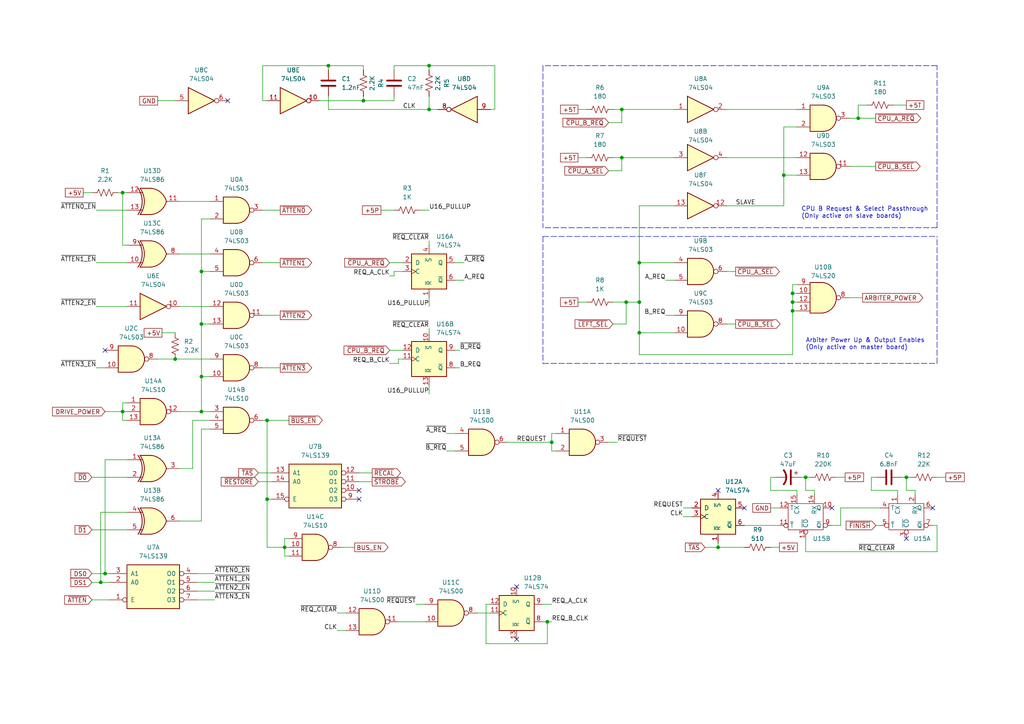
<source format=kicad_sch>
(kicad_sch (version 20211123) (generator eeschema)
  (paper "A4")
  (lib_symbols
    (symbol "74xx:74LS00" (pin_names (offset 1.016))
      (property "Reference" "U" (at 0 1.27 0))
      (property "Value" "74LS00" (at 0 -1.27 0))
      (symbol "74LS00_1_1"
        (pin input line (at -7.62 2.54 0) (length 3.81) (name "~") (number "1"))
        (pin input line (at -7.62 -2.54 0) (length 3.81) (name "~") (number "2"))
        (pin output inverted (at 7.62 0 180) (length 3.81) (name "~") (number "3"))
      )
      (symbol "74LS00_1_2"
        (pin input inverted (at -7.62 2.54 0) (length 4.318) (name "~") (number "1"))
        (pin input inverted (at -7.62 -2.54 0) (length 4.318) (name "~") (number "2"))
        (pin output line (at 7.62 0 180) (length 3.81) (name "~") (number "3"))
      )
      (symbol "74LS00_2_1"
        (pin input line (at -7.62 2.54 0) (length 3.81) (name "~") (number "4"))
        (pin input line (at -7.62 -2.54 0) (length 3.81) (name "~") (number "5"))
        (pin output inverted (at 7.62 0 180) (length 3.81) (name "~") (number "6"))
      )
      (symbol "74LS00_2_2"
        (pin input inverted (at -7.62 2.54 0) (length 4.318) (name "~") (number "4"))
        (pin input inverted (at -7.62 -2.54 0) (length 4.318) (name "~") (number "5"))
        (pin output line (at 7.62 0 180) (length 3.81) (name "~") (number "6"))
      )
      (symbol "74LS00_3_1"
        (pin input line (at -7.62 -2.54 0) (length 3.81) (name "~") (number "10"))
        (pin output inverted (at 7.62 0 180) (length 3.81) (name "~") (number "8"))
        (pin input line (at -7.62 2.54 0) (length 3.81) (name "~") (number "9"))
      )
      (symbol "74LS00_3_2"
        (pin input inverted (at -7.62 -2.54 0) (length 4.318) (name "~") (number "10"))
        (pin output line (at 7.62 0 180) (length 3.81) (name "~") (number "8"))
        (pin input inverted (at -7.62 2.54 0) (length 4.318) (name "~") (number "9"))
      )
      (symbol "74LS00_4_1"
        (pin output inverted (at 7.62 0 180) (length 3.81) (name "~") (number "11"))
        (pin input line (at -7.62 2.54 0) (length 3.81) (name "~") (number "12"))
        (pin input line (at -7.62 -2.54 0) (length 3.81) (name "~") (number "13"))
      )
      (symbol "74LS00_4_2"
        (pin output line (at 7.62 0 180) (length 3.81) (name "~") (number "11"))
        (pin input inverted (at -7.62 2.54 0) (length 4.318) (name "~") (number "12"))
        (pin input inverted (at -7.62 -2.54 0) (length 4.318) (name "~") (number "13"))
      )
      (symbol "74LS00_5_0"
        (pin power_in line (at 0 12.7 270) (length 5.08) (name "VCC") (number "14"))
        (pin power_in line (at 0 -12.7 90) (length 5.08) (name "GND") (number "7"))
      )
    )
    (symbol "74xx:74LS03" (pin_names (offset 1.016))
      (property "Reference" "U" (at 0 1.27 0))
      (property "Value" "74LS03" (at 0 -1.27 0))
      (symbol "74LS03_1_1"
        (pin input line (at -7.62 2.54 0) (length 3.81) (name "~") (number "1"))
        (pin input line (at -7.62 -2.54 0) (length 3.81) (name "~") (number "2"))
        (pin open_collector inverted (at 7.62 0 180) (length 3.81) (name "~") (number "3"))
      )
      (symbol "74LS03_1_2"
        (pin input inverted (at -7.62 2.54 0) (length 4.318) (name "~") (number "1"))
        (pin input inverted (at -7.62 -2.54 0) (length 4.318) (name "~") (number "2"))
        (pin open_collector line (at 7.62 0 180) (length 3.81) (name "~") (number "3"))
      )
      (symbol "74LS03_2_1"
        (pin input line (at -7.62 2.54 0) (length 3.81) (name "~") (number "4"))
        (pin input line (at -7.62 -2.54 0) (length 3.81) (name "~") (number "5"))
        (pin open_collector inverted (at 7.62 0 180) (length 3.81) (name "~") (number "6"))
      )
      (symbol "74LS03_2_2"
        (pin input inverted (at -7.62 2.54 0) (length 4.318) (name "~") (number "4"))
        (pin input inverted (at -7.62 -2.54 0) (length 4.318) (name "~") (number "5"))
        (pin open_collector line (at 7.62 0 180) (length 3.81) (name "~") (number "6"))
      )
      (symbol "74LS03_3_1"
        (pin input line (at -7.62 -2.54 0) (length 3.81) (name "~") (number "10"))
        (pin open_collector inverted (at 7.62 0 180) (length 3.81) (name "~") (number "8"))
        (pin input line (at -7.62 2.54 0) (length 3.81) (name "~") (number "9"))
      )
      (symbol "74LS03_3_2"
        (pin input inverted (at -7.62 -2.54 0) (length 4.318) (name "~") (number "10"))
        (pin open_collector line (at 7.62 0 180) (length 3.81) (name "~") (number "8"))
        (pin input inverted (at -7.62 2.54 0) (length 4.318) (name "~") (number "9"))
      )
      (symbol "74LS03_4_1"
        (pin open_collector inverted (at 7.62 0 180) (length 3.81) (name "~") (number "11"))
        (pin input line (at -7.62 2.54 0) (length 3.81) (name "~") (number "12"))
        (pin input line (at -7.62 -2.54 0) (length 3.81) (name "~") (number "13"))
      )
      (symbol "74LS03_4_2"
        (pin open_collector line (at 7.62 0 180) (length 3.81) (name "~") (number "11"))
        (pin input inverted (at -7.62 2.54 0) (length 4.318) (name "~") (number "12"))
        (pin input inverted (at -7.62 -2.54 0) (length 4.318) (name "~") (number "13"))
      )
      (symbol "74LS03_5_0"
        (pin power_in line (at 0 12.7 270) (length 5.08) (name "VCC") (number "14"))
        (pin power_in line (at 0 -12.7 90) (length 5.08) (name "GND") (number "7"))
      )
    )
    (symbol "74xx:74LS04"
      (property "Reference" "U" (at 0 1.27 0))
      (property "Value" "74LS04" (at 0 -1.27 0))
      (symbol "74LS04_1_0"
        (pin input line (at -7.62 0 0) (length 3.81) (name "~") (number "1"))
        (pin output inverted (at 7.62 0 180) (length 3.81) (name "~") (number "2"))
      )
      (symbol "74LS04_2_0"
        (pin input line (at -7.62 0 0) (length 3.81) (name "~") (number "3"))
        (pin output inverted (at 7.62 0 180) (length 3.81) (name "~") (number "4"))
      )
      (symbol "74LS04_3_0"
        (pin input line (at -7.62 0 0) (length 3.81) (name "~") (number "5"))
        (pin output inverted (at 7.62 0 180) (length 3.81) (name "~") (number "6"))
      )
      (symbol "74LS04_4_0"
        (pin output inverted (at 7.62 0 180) (length 3.81) (name "~") (number "8"))
        (pin input line (at -7.62 0 0) (length 3.81) (name "~") (number "9"))
      )
      (symbol "74LS04_5_0"
        (pin output inverted (at 7.62 0 180) (length 3.81) (name "~") (number "10"))
        (pin input line (at -7.62 0 0) (length 3.81) (name "~") (number "11"))
      )
      (symbol "74LS04_6_0"
        (pin output inverted (at 7.62 0 180) (length 3.81) (name "~") (number "12"))
        (pin input line (at -7.62 0 0) (length 3.81) (name "~") (number "13"))
      )
      (symbol "74LS04_7_0"
        (pin power_in line (at 0 12.7 270) (length 5.08) (name "VCC") (number "14"))
        (pin power_in line (at 0 -12.7 90) (length 5.08) (name "GND") (number "7"))
      )
    )
    (symbol "74xx:74LS10" (pin_names (offset 1.016))
      (property "Reference" "U" (at 0 1.27 0))
      (property "Value" "74LS10" (at 0 -1.27 0))
      (symbol "74LS10_1_1"
        (pin input line (at -7.62 2.54 0) (length 3.81) (name "~") (number "1"))
        (pin output inverted (at 7.62 0 180) (length 3.81) (name "~") (number "12"))
        (pin input line (at -7.62 -2.54 0) (length 3.81) (name "~") (number "13"))
        (pin input line (at -7.62 0 0) (length 3.81) (name "~") (number "2"))
      )
      (symbol "74LS10_1_2"
        (pin input inverted (at -7.62 2.54 0) (length 4.318) (name "~") (number "1"))
        (pin output line (at 7.62 0 180) (length 3.81) (name "~") (number "12"))
        (pin input inverted (at -7.62 -2.54 0) (length 4.318) (name "~") (number "13"))
        (pin input inverted (at -7.62 0 0) (length 4.953) (name "~") (number "2"))
      )
      (symbol "74LS10_2_1"
        (pin input line (at -7.62 2.54 0) (length 3.81) (name "~") (number "3"))
        (pin input line (at -7.62 0 0) (length 3.81) (name "~") (number "4"))
        (pin input line (at -7.62 -2.54 0) (length 3.81) (name "~") (number "5"))
        (pin output inverted (at 7.62 0 180) (length 3.81) (name "~") (number "6"))
      )
      (symbol "74LS10_2_2"
        (pin input inverted (at -7.62 2.54 0) (length 4.318) (name "~") (number "3"))
        (pin input inverted (at -7.62 0 0) (length 4.953) (name "~") (number "4"))
        (pin input inverted (at -7.62 -2.54 0) (length 4.318) (name "~") (number "5"))
        (pin output line (at 7.62 0 180) (length 3.81) (name "~") (number "6"))
      )
      (symbol "74LS10_3_1"
        (pin input line (at -7.62 0 0) (length 3.81) (name "~") (number "10"))
        (pin input line (at -7.62 -2.54 0) (length 3.81) (name "~") (number "11"))
        (pin output inverted (at 7.62 0 180) (length 3.81) (name "~") (number "8"))
        (pin input line (at -7.62 2.54 0) (length 3.81) (name "~") (number "9"))
      )
      (symbol "74LS10_3_2"
        (pin input inverted (at -7.62 0 0) (length 4.953) (name "~") (number "10"))
        (pin input inverted (at -7.62 -2.54 0) (length 4.318) (name "~") (number "11"))
        (pin output line (at 7.62 0 180) (length 3.81) (name "~") (number "8"))
        (pin input inverted (at -7.62 2.54 0) (length 4.318) (name "~") (number "9"))
      )
      (symbol "74LS10_4_0"
        (pin power_in line (at 0 12.7 270) (length 5.08) (name "VCC") (number "14"))
        (pin power_in line (at 0 -12.7 90) (length 5.08) (name "GND") (number "7"))
      )
    )
    (symbol "74xx:74LS139" (pin_names (offset 1.016))
      (property "Reference" "U" (at -7.62 8.89 0))
      (property "Value" "74LS139" (at -7.62 -8.89 0))
      (symbol "74LS139_1_0"
        (pin input inverted (at -12.7 -5.08 0) (length 5.08) (name "E") (number "1"))
        (pin input line (at -12.7 0 0) (length 5.08) (name "A0") (number "2"))
        (pin input line (at -12.7 2.54 0) (length 5.08) (name "A1") (number "3"))
        (pin output inverted (at 12.7 2.54 180) (length 5.08) (name "O0") (number "4"))
        (pin output inverted (at 12.7 0 180) (length 5.08) (name "O1") (number "5"))
        (pin output inverted (at 12.7 -2.54 180) (length 5.08) (name "O2") (number "6"))
        (pin output inverted (at 12.7 -5.08 180) (length 5.08) (name "O3") (number "7"))
      )
      (symbol "74LS139_2_0"
        (pin output inverted (at 12.7 -2.54 180) (length 5.08) (name "O2") (number "10"))
        (pin output inverted (at 12.7 0 180) (length 5.08) (name "O1") (number "11"))
        (pin output inverted (at 12.7 2.54 180) (length 5.08) (name "O0") (number "12"))
        (pin input line (at -12.7 2.54 0) (length 5.08) (name "A1") (number "13"))
        (pin input line (at -12.7 0 0) (length 5.08) (name "A0") (number "14"))
        (pin input inverted (at -12.7 -5.08 0) (length 5.08) (name "E") (number "15"))
        (pin output inverted (at 12.7 -5.08 180) (length 5.08) (name "O3") (number "9"))
      )
      (symbol "74LS139_3_0"
        (pin power_in line (at 0 12.7 270) (length 5.08) (name "VCC") (number "16"))
        (pin power_in line (at 0 -12.7 90) (length 5.08) (name "GND") (number "8"))
      )
    )
    (symbol "74xx:74LS20" (pin_names (offset 1.016))
      (property "Reference" "U" (at 0 1.27 0))
      (property "Value" "74LS20" (at 0 -1.27 0))
      (symbol "74LS20_1_1"
        (pin input line (at -7.62 3.81 0) (length 3.81) (name "~") (number "1"))
        (pin input line (at -7.62 1.27 0) (length 3.81) (name "~") (number "2"))
        (pin input line (at -7.62 -1.27 0) (length 3.81) (name "~") (number "4"))
        (pin input line (at -7.62 -3.81 0) (length 3.81) (name "~") (number "5"))
        (pin output inverted (at 7.62 0 180) (length 3.81) (name "~") (number "6"))
      )
      (symbol "74LS20_1_2"
        (pin input inverted (at -7.62 3.81 0) (length 3.81) (name "~") (number "1"))
        (pin input inverted (at -7.62 1.27 0) (length 4.826) (name "~") (number "2"))
        (pin input inverted (at -7.62 -1.27 0) (length 4.826) (name "~") (number "4"))
        (pin input inverted (at -7.62 -3.81 0) (length 3.81) (name "~") (number "5"))
        (pin output line (at 7.62 0 180) (length 3.81) (name "~") (number "6"))
      )
      (symbol "74LS20_2_1"
        (pin input line (at -7.62 1.27 0) (length 3.81) (name "~") (number "10"))
        (pin input line (at -7.62 -1.27 0) (length 3.81) (name "~") (number "12"))
        (pin input line (at -7.62 -3.81 0) (length 3.81) (name "~") (number "13"))
        (pin output inverted (at 7.62 0 180) (length 3.81) (name "~") (number "8"))
        (pin input line (at -7.62 3.81 0) (length 3.81) (name "~") (number "9"))
      )
      (symbol "74LS20_2_2"
        (pin input inverted (at -7.62 1.27 0) (length 4.826) (name "~") (number "10"))
        (pin input inverted (at -7.62 -1.27 0) (length 4.826) (name "~") (number "12"))
        (pin input inverted (at -7.62 -3.81 0) (length 3.81) (name "~") (number "13"))
        (pin output line (at 7.62 0 180) (length 3.81) (name "~") (number "8"))
        (pin input inverted (at -7.62 3.81 0) (length 3.81) (name "~") (number "9"))
      )
      (symbol "74LS20_3_0"
        (pin power_in line (at 0 12.7 270) (length 5.08) (name "VCC") (number "14"))
        (pin power_in line (at 0 -12.7 90) (length 5.08) (name "GND") (number "7"))
      )
    )
    (symbol "74xx:74LS74" (pin_names (offset 1.016))
      (property "Reference" "U" (at -7.62 8.89 0))
      (property "Value" "74LS74" (at -7.62 -8.89 0))
      (symbol "74LS74_1_0"
        (pin input line (at 0 -7.62 90) (length 2.54) (name "~{R}") (number "1"))
        (pin input line (at -7.62 2.54 0) (length 2.54) (name "D") (number "2"))
        (pin input clock (at -7.62 0 0) (length 2.54) (name "C") (number "3"))
        (pin input line (at 0 7.62 270) (length 2.54) (name "~{S}") (number "4"))
        (pin output line (at 7.62 2.54 180) (length 2.54) (name "Q") (number "5"))
        (pin output line (at 7.62 -2.54 180) (length 2.54) (name "~{Q}") (number "6"))
      )
      (symbol "74LS74_2_0"
        (pin input line (at 0 7.62 270) (length 2.54) (name "~{S}") (number "10"))
        (pin input clock (at -7.62 0 0) (length 2.54) (name "C") (number "11"))
        (pin input line (at -7.62 2.54 0) (length 2.54) (name "D") (number "12"))
        (pin input line (at 0 -7.62 90) (length 2.54) (name "~{R}") (number "13"))
        (pin output line (at 7.62 -2.54 180) (length 2.54) (name "~{Q}") (number "8"))
        (pin output line (at 7.62 2.54 180) (length 2.54) (name "Q") (number "9"))
      )
      (symbol "74LS74_3_0"
        (pin power_in line (at 0 10.16 270) (length 2.54) (name "VCC") (number "14"))
        (pin power_in line (at 0 -10.16 90) (length 2.54) (name "GND") (number "7"))
      )
    )
    (symbol "74xx:74LS86" (pin_names (offset 1.016))
      (property "Reference" "U" (at 0 1.27 0))
      (property "Value" "74LS86" (at 0 -1.27 0))
      (symbol "74LS86_1_0"
        (pin input line (at -7.62 2.54 0) (length 4.445) (name "~") (number "1"))
        (pin input line (at -7.62 -2.54 0) (length 4.445) (name "~") (number "2"))
        (pin output line (at 7.62 0 180) (length 3.81) (name "~") (number "3"))
      )
      (symbol "74LS86_2_0"
        (pin input line (at -7.62 2.54 0) (length 4.445) (name "~") (number "4"))
        (pin input line (at -7.62 -2.54 0) (length 4.445) (name "~") (number "5"))
        (pin output line (at 7.62 0 180) (length 3.81) (name "~") (number "6"))
      )
      (symbol "74LS86_3_0"
        (pin input line (at -7.62 -2.54 0) (length 4.445) (name "~") (number "10"))
        (pin output line (at 7.62 0 180) (length 3.81) (name "~") (number "8"))
        (pin input line (at -7.62 2.54 0) (length 4.445) (name "~") (number "9"))
      )
      (symbol "74LS86_4_0"
        (pin output line (at 7.62 0 180) (length 3.81) (name "~") (number "11"))
        (pin input line (at -7.62 2.54 0) (length 4.445) (name "~") (number "12"))
        (pin input line (at -7.62 -2.54 0) (length 4.445) (name "~") (number "13"))
      )
      (symbol "74LS86_5_0"
        (pin power_in line (at 0 12.7 270) (length 5.08) (name "VCC") (number "14"))
        (pin power_in line (at 0 -12.7 90) (length 5.08) (name "GND") (number "7"))
      )
    )
    (symbol "Data General:96L02"
      (property "Reference" "U" (at 3.81 6.35 0))
      (property "Value" "96L02" (at 6.35 -3.81 0))
      (symbol "96L02_1_1"
        (pin passive line (at -2.54 7.62 270) (length 2.54) (name "CX") (number "1"))
        (pin passive line (at 2.54 7.62 270) (length 2.54) (name "RX") (number "2"))
        (pin input inverted (at 0 -5.08 90) (length 2.54) (name "~{CD}") (number "3"))
        (pin input line (at -7.62 3.81 0) (length 2.54) (name "T") (number "4"))
        (pin input inverted (at -7.62 -1.27 0) (length 2.54) (name "~{T}") (number "5"))
        (pin output line (at 7.62 3.81 180) (length 2.54) (name "Q") (number "6"))
        (pin output inverted (at 7.62 -1.27 180) (length 2.54) (name "~{Q}") (number "7"))
      )
      (symbol "96L02_2_1"
        (pin output line (at 7.62 3.81 180) (length 2.54) (name "Q") (number "10"))
        (pin input inverted (at -7.62 -1.27 0) (length 2.54) (name "~{T}") (number "11"))
        (pin input line (at -7.62 3.81 0) (length 2.54) (name "T") (number "12"))
        (pin input inverted (at 0 -5.08 90) (length 2.54) (name "~{CD}") (number "13"))
        (pin passive line (at 2.54 7.62 270) (length 2.54) (name "RX") (number "14"))
        (pin passive line (at -2.54 7.62 270) (length 2.54) (name "CX") (number "15"))
        (pin output inverted (at 7.62 -1.27 180) (length 2.54) (name "~{Q}") (number "9"))
      )
      (symbol "96L02_3_1"
        (pin power_in line (at 0 7.62 270) (length 2.54) (name "VCC") (number "16"))
        (pin passive line (at 0 -7.62 90) (length 2.54) (name "GND") (number "8"))
      )
    )
    (symbol "Device:C" (pin_numbers hide) (pin_names (offset 0.254))
      (property "Reference" "C" (at 0.635 2.54 0))
      (property "Value" "C" (at 0.635 -2.54 0))
      (symbol "C_1_1"
        (pin passive line (at 0 3.81 270) (length 2.794) (name "~") (number "1"))
        (pin passive line (at 0 -3.81 90) (length 2.794) (name "~") (number "2"))
      )
    )
    (symbol "Device:C_Polarized_US" (pin_numbers hide) (pin_names (offset 0.254) hide)
      (property "Reference" "C" (at 0.635 2.54 0))
      (property "Value" "C_Polarized_US" (at 0.635 -2.54 0))
      (symbol "C_Polarized_US_1_1"
        (pin passive line (at 0 3.81 270) (length 2.794) (name "~") (number "1"))
        (pin passive line (at 0 -3.81 90) (length 3.302) (name "~") (number "2"))
      )
    )
    (symbol "Device:R_US" (pin_numbers hide) (pin_names (offset 0))
      (property "Reference" "R" (at 2.54 0 90))
      (property "Value" "R_US" (at -2.54 0 90))
      (symbol "R_US_1_1"
        (pin passive line (at 0 3.81 270) (length 1.27) (name "~") (number "1"))
        (pin passive line (at 0 -3.81 90) (length 1.27) (name "~") (number "2"))
      )
    )
  )
  (junction (at 233.68 138.43))
  (junction (at 77.47 121.92))
  (junction (at 227.33 50.8))
  (junction (at 58.42 78.74))
  (junction (at 29.21 168.91))
  (junction (at 208.28 158.75))
  (junction (at 158.75 180.34))
  (junction (at 82.55 158.75))
  (junction (at 58.42 109.22))
  (junction (at 124.46 19.05))
  (junction (at 229.87 90.17))
  (junction (at 229.87 87.63))
  (junction (at 58.42 119.38))
  (junction (at 180.34 45.72))
  (junction (at 185.42 87.63))
  (junction (at 50.8 104.14))
  (junction (at 160.02 128.27))
  (junction (at 229.87 85.09))
  (junction (at 180.34 31.75))
  (junction (at 58.42 93.98))
  (junction (at 185.42 76.2))
  (junction (at 77.47 144.78))
  (junction (at 262.89 138.43))
  (junction (at 35.56 55.88))
  (junction (at 124.46 31.75))
  (junction (at 105.41 29.21))
  (junction (at 30.48 166.37))
  (junction (at 248.92 34.29))
  (junction (at 35.56 119.38))
  (junction (at 95.25 19.05))
  (junction (at 181.61 87.63))
  (junction (at 185.42 96.52))
  (no_connect (at 30.48 101.6))
  (no_connect (at 208.28 142.24))
  (no_connect (at 215.9 147.32))
  (no_connect (at 270.51 147.32))
  (no_connect (at 104.14 142.24))
  (no_connect (at 104.14 144.78))
  (no_connect (at 66.04 29.21))
  (no_connect (at 149.86 185.42))
  (no_connect (at 149.86 170.18))
  (no_connect (at 262.89 156.21))
  (no_connect (at 241.3 147.32))
  (wire (pts (xy 248.92 30.48) (xy 248.92 34.29)))
  (wire (pts (xy 27.94 106.68) (xy 30.48 106.68)))
  (wire (pts (xy 167.64 45.72) (xy 170.18 45.72)))
  (wire (pts (xy 27.94 60.96) (xy 36.83 60.96)))
  (wire (pts (xy 57.15 171.45) (xy 62.23 171.45)))
  (wire (pts (xy 208.28 157.48) (xy 208.28 158.75)))
  (wire (pts (xy 227.33 36.83) (xy 227.33 50.8)))
  (wire (pts (xy 97.79 177.8) (xy 100.33 177.8)))
  (wire (pts (xy 124.46 27.94) (xy 124.46 31.75)))
  (wire (pts (xy 158.75 180.34) (xy 158.75 186.69)))
  (wire (pts (xy 58.42 78.74) (xy 60.96 78.74)))
  (wire (pts (xy 265.43 142.24) (xy 265.43 143.51)))
  (wire (pts (xy 251.46 30.48) (xy 248.92 30.48)))
  (wire (pts (xy 115.57 105.41) (xy 115.57 104.14)))
  (wire (pts (xy 35.56 119.38) (xy 36.83 119.38)))
  (wire (pts (xy 229.87 90.17) (xy 229.87 102.87)))
  (wire (pts (xy 114.3 78.74) (xy 116.84 78.74)))
  (wire (pts (xy 246.38 48.26) (xy 254 48.26)))
  (wire (pts (xy 92.71 29.21) (xy 105.41 29.21)))
  (wire (pts (xy 270.51 152.4) (xy 271.78 152.4)))
  (wire (pts (xy 176.53 35.56) (xy 180.34 35.56)))
  (wire (pts (xy 260.35 142.24) (xy 252.73 142.24)))
  (wire (pts (xy 82.55 156.21) (xy 82.55 158.75)))
  (wire (pts (xy 124.46 31.75) (xy 95.25 31.75)))
  (wire (pts (xy 176.53 49.53) (xy 180.34 49.53)))
  (wire (pts (xy 82.55 161.29) (xy 83.82 161.29)))
  (wire (pts (xy 30.48 166.37) (xy 30.48 133.35)))
  (wire (pts (xy 124.46 19.05) (xy 114.3 19.05)))
  (wire (pts (xy 161.29 125.73) (xy 160.02 125.73)))
  (wire (pts (xy 76.2 106.68) (xy 81.28 106.68)))
  (wire (pts (xy 95.25 19.05) (xy 95.25 20.32)))
  (wire (pts (xy 233.68 138.43) (xy 234.95 138.43)))
  (wire (pts (xy 229.87 102.87) (xy 185.42 102.87)))
  (wire (pts (xy 124.46 111.76) (xy 124.46 114.3)))
  (wire (pts (xy 138.43 177.8) (xy 142.24 177.8)))
  (wire (pts (xy 158.75 180.34) (xy 160.02 180.34)))
  (wire (pts (xy 113.03 101.6) (xy 116.84 101.6)))
  (wire (pts (xy 232.41 138.43) (xy 233.68 138.43)))
  (polyline (pts (xy 157.48 105.41) (xy 271.78 105.41)))
  (wire (pts (xy 229.87 85.09) (xy 231.14 85.09)))
  (wire (pts (xy 36.83 148.59) (xy 29.21 148.59)))
  (wire (pts (xy 193.04 81.28) (xy 195.58 81.28)))
  (wire (pts (xy 57.15 173.99) (xy 62.23 173.99)))
  (wire (pts (xy 231.14 142.24) (xy 223.52 142.24)))
  (wire (pts (xy 26.67 166.37) (xy 30.48 166.37)))
  (wire (pts (xy 181.61 93.98) (xy 177.8 93.98)))
  (wire (pts (xy 45.72 29.21) (xy 50.8 29.21)))
  (wire (pts (xy 46.99 96.52) (xy 50.8 96.52)))
  (wire (pts (xy 229.87 87.63) (xy 229.87 90.17)))
  (wire (pts (xy 147.32 128.27) (xy 160.02 128.27)))
  (wire (pts (xy 236.22 142.24) (xy 236.22 143.51)))
  (wire (pts (xy 76.2 29.21) (xy 77.47 29.21)))
  (wire (pts (xy 58.42 119.38) (xy 58.42 109.22)))
  (wire (pts (xy 58.42 93.98) (xy 60.96 93.98)))
  (wire (pts (xy 160.02 130.81) (xy 161.29 130.81)))
  (wire (pts (xy 198.12 149.86) (xy 200.66 149.86)))
  (wire (pts (xy 52.07 119.38) (xy 58.42 119.38)))
  (wire (pts (xy 60.96 121.92) (xy 55.88 121.92)))
  (wire (pts (xy 142.24 31.75) (xy 143.51 31.75)))
  (polyline (pts (xy 271.78 66.04) (xy 271.78 19.05)))
  (wire (pts (xy 140.97 186.69) (xy 140.97 175.26)))
  (wire (pts (xy 52.07 88.9) (xy 60.96 88.9)))
  (wire (pts (xy 95.25 27.94) (xy 95.25 31.75)))
  (wire (pts (xy 177.8 45.72) (xy 180.34 45.72)))
  (wire (pts (xy 104.14 139.7) (xy 107.95 139.7)))
  (wire (pts (xy 229.87 85.09) (xy 229.87 87.63)))
  (wire (pts (xy 27.94 76.2) (xy 36.83 76.2)))
  (wire (pts (xy 185.42 102.87) (xy 185.42 96.52)))
  (wire (pts (xy 55.88 121.92) (xy 55.88 135.89)))
  (wire (pts (xy 243.84 152.4) (xy 241.3 152.4)))
  (wire (pts (xy 223.52 158.75) (xy 226.06 158.75)))
  (wire (pts (xy 181.61 87.63) (xy 185.42 87.63)))
  (wire (pts (xy 208.28 158.75) (xy 215.9 158.75)))
  (wire (pts (xy 210.82 93.98) (xy 213.36 93.98)))
  (wire (pts (xy 210.82 45.72) (xy 231.14 45.72)))
  (wire (pts (xy 82.55 158.75) (xy 82.55 161.29)))
  (wire (pts (xy 36.83 116.84) (xy 35.56 116.84)))
  (wire (pts (xy 227.33 36.83) (xy 231.14 36.83)))
  (wire (pts (xy 143.51 19.05) (xy 124.46 19.05)))
  (wire (pts (xy 26.67 153.67) (xy 36.83 153.67)))
  (wire (pts (xy 74.93 137.16) (xy 78.74 137.16)))
  (wire (pts (xy 231.14 82.55) (xy 229.87 82.55)))
  (wire (pts (xy 77.47 121.92) (xy 83.82 121.92)))
  (wire (pts (xy 60.96 119.38) (xy 58.42 119.38)))
  (wire (pts (xy 140.97 175.26) (xy 142.24 175.26)))
  (wire (pts (xy 157.48 175.26) (xy 160.02 175.26)))
  (wire (pts (xy 76.2 91.44) (xy 81.28 91.44)))
  (wire (pts (xy 29.21 168.91) (xy 31.75 168.91)))
  (wire (pts (xy 246.38 86.36) (xy 250.19 86.36)))
  (wire (pts (xy 58.42 124.46) (xy 60.96 124.46)))
  (wire (pts (xy 29.21 168.91) (xy 29.21 148.59)))
  (wire (pts (xy 124.46 95.25) (xy 124.46 96.52)))
  (wire (pts (xy 57.15 168.91) (xy 62.23 168.91)))
  (wire (pts (xy 30.48 133.35) (xy 36.83 133.35)))
  (wire (pts (xy 129.54 130.81) (xy 132.08 130.81)))
  (wire (pts (xy 105.41 27.94) (xy 105.41 29.21)))
  (wire (pts (xy 185.42 76.2) (xy 185.42 87.63)))
  (wire (pts (xy 262.89 138.43) (xy 262.89 142.24)))
  (wire (pts (xy 180.34 45.72) (xy 195.58 45.72)))
  (wire (pts (xy 26.67 173.99) (xy 31.75 173.99)))
  (wire (pts (xy 271.78 160.02) (xy 233.68 160.02)))
  (wire (pts (xy 252.73 142.24) (xy 252.73 138.43)))
  (wire (pts (xy 233.68 138.43) (xy 233.68 142.24)))
  (wire (pts (xy 181.61 87.63) (xy 181.61 93.98)))
  (wire (pts (xy 105.41 19.05) (xy 95.25 19.05)))
  (wire (pts (xy 271.78 152.4) (xy 271.78 160.02)))
  (wire (pts (xy 210.82 31.75) (xy 231.14 31.75)))
  (wire (pts (xy 160.02 125.73) (xy 160.02 128.27)))
  (wire (pts (xy 246.38 34.29) (xy 248.92 34.29)))
  (wire (pts (xy 58.42 151.13) (xy 58.42 124.46)))
  (wire (pts (xy 124.46 69.85) (xy 124.46 71.12)))
  (wire (pts (xy 58.42 63.5) (xy 58.42 78.74)))
  (wire (pts (xy 35.56 116.84) (xy 35.56 119.38)))
  (wire (pts (xy 116.84 76.2) (xy 113.03 76.2)))
  (wire (pts (xy 132.08 101.6) (xy 133.35 101.6)))
  (wire (pts (xy 229.87 90.17) (xy 231.14 90.17)))
  (wire (pts (xy 82.55 158.75) (xy 83.82 158.75)))
  (wire (pts (xy 77.47 121.92) (xy 77.47 144.78)))
  (wire (pts (xy 260.35 143.51) (xy 260.35 142.24)))
  (wire (pts (xy 167.64 87.63) (xy 170.18 87.63)))
  (wire (pts (xy 35.56 121.92) (xy 36.83 121.92)))
  (wire (pts (xy 121.92 60.96) (xy 124.46 60.96)))
  (wire (pts (xy 99.06 158.75) (xy 102.87 158.75)))
  (wire (pts (xy 185.42 59.69) (xy 195.58 59.69)))
  (wire (pts (xy 31.75 166.37) (xy 30.48 166.37)))
  (polyline (pts (xy 157.48 19.05) (xy 157.48 66.04)))
  (wire (pts (xy 223.52 147.32) (xy 226.06 147.32)))
  (wire (pts (xy 157.48 180.34) (xy 158.75 180.34)))
  (wire (pts (xy 52.07 73.66) (xy 60.96 73.66)))
  (wire (pts (xy 158.75 186.69) (xy 140.97 186.69)))
  (wire (pts (xy 210.82 59.69) (xy 227.33 59.69)))
  (polyline (pts (xy 157.48 68.58) (xy 271.78 68.58)))
  (wire (pts (xy 24.13 55.88) (xy 26.67 55.88)))
  (wire (pts (xy 193.04 91.44) (xy 195.58 91.44)))
  (wire (pts (xy 231.14 143.51) (xy 231.14 142.24)))
  (wire (pts (xy 58.42 78.74) (xy 58.42 93.98)))
  (wire (pts (xy 115.57 104.14) (xy 116.84 104.14)))
  (wire (pts (xy 77.47 144.78) (xy 77.47 158.75)))
  (wire (pts (xy 105.41 20.32) (xy 105.41 19.05)))
  (wire (pts (xy 262.89 138.43) (xy 264.16 138.43)))
  (wire (pts (xy 27.94 88.9) (xy 36.83 88.9)))
  (wire (pts (xy 97.79 182.88) (xy 100.33 182.88)))
  (wire (pts (xy 35.56 71.12) (xy 36.83 71.12)))
  (wire (pts (xy 77.47 144.78) (xy 78.74 144.78)))
  (wire (pts (xy 124.46 86.36) (xy 124.46 88.9)))
  (wire (pts (xy 57.15 166.37) (xy 62.23 166.37)))
  (wire (pts (xy 185.42 87.63) (xy 185.42 96.52)))
  (wire (pts (xy 160.02 128.27) (xy 160.02 130.81)))
  (wire (pts (xy 185.42 59.69) (xy 185.42 76.2)))
  (wire (pts (xy 195.58 96.52) (xy 185.42 96.52)))
  (wire (pts (xy 132.08 76.2) (xy 134.62 76.2)))
  (wire (pts (xy 113.03 80.01) (xy 114.3 80.01)))
  (wire (pts (xy 261.62 138.43) (xy 262.89 138.43)))
  (wire (pts (xy 204.47 158.75) (xy 208.28 158.75)))
  (wire (pts (xy 167.64 31.75) (xy 170.18 31.75)))
  (wire (pts (xy 132.08 81.28) (xy 134.62 81.28)))
  (wire (pts (xy 45.72 104.14) (xy 50.8 104.14)))
  (wire (pts (xy 114.3 80.01) (xy 114.3 78.74)))
  (wire (pts (xy 104.14 137.16) (xy 107.95 137.16)))
  (wire (pts (xy 262.89 142.24) (xy 265.43 142.24)))
  (wire (pts (xy 252.73 138.43) (xy 254 138.43)))
  (wire (pts (xy 55.88 135.89) (xy 52.07 135.89)))
  (wire (pts (xy 74.93 139.7) (xy 78.74 139.7)))
  (wire (pts (xy 215.9 152.4) (xy 226.06 152.4)))
  (wire (pts (xy 26.67 138.43) (xy 36.83 138.43)))
  (wire (pts (xy 255.27 147.32) (xy 243.84 147.32)))
  (wire (pts (xy 110.49 60.96) (xy 114.3 60.96)))
  (wire (pts (xy 34.29 55.88) (xy 35.56 55.88)))
  (wire (pts (xy 36.83 55.88) (xy 35.56 55.88)))
  (wire (pts (xy 50.8 104.14) (xy 60.96 104.14)))
  (wire (pts (xy 58.42 109.22) (xy 60.96 109.22)))
  (wire (pts (xy 233.68 156.21) (xy 233.68 160.02)))
  (wire (pts (xy 229.87 85.09) (xy 229.87 82.55)))
  (wire (pts (xy 113.03 105.41) (xy 115.57 105.41)))
  (wire (pts (xy 229.87 87.63) (xy 231.14 87.63)))
  (wire (pts (xy 185.42 76.2) (xy 195.58 76.2)))
  (wire (pts (xy 271.78 138.43) (xy 274.32 138.43)))
  (wire (pts (xy 227.33 50.8) (xy 231.14 50.8)))
  (wire (pts (xy 129.54 125.73) (xy 132.08 125.73)))
  (wire (pts (xy 143.51 31.75) (xy 143.51 19.05)))
  (wire (pts (xy 26.67 168.91) (xy 29.21 168.91)))
  (wire (pts (xy 76.2 60.96) (xy 81.28 60.96)))
  (wire (pts (xy 114.3 19.05) (xy 114.3 20.32)))
  (wire (pts (xy 76.2 121.92) (xy 77.47 121.92)))
  (wire (pts (xy 177.8 87.63) (xy 181.61 87.63)))
  (wire (pts (xy 132.08 106.68) (xy 133.35 106.68)))
  (wire (pts (xy 60.96 63.5) (xy 58.42 63.5)))
  (wire (pts (xy 223.52 142.24) (xy 223.52 138.43)))
  (polyline (pts (xy 271.78 105.41) (xy 271.78 68.58)))
  (wire (pts (xy 198.12 147.32) (xy 200.66 147.32)))
  (wire (pts (xy 124.46 31.75) (xy 127 31.75)))
  (wire (pts (xy 254 152.4) (xy 255.27 152.4)))
  (wire (pts (xy 83.82 156.21) (xy 82.55 156.21)))
  (wire (pts (xy 76.2 76.2) (xy 81.28 76.2)))
  (wire (pts (xy 58.42 93.98) (xy 58.42 109.22)))
  (wire (pts (xy 248.92 34.29) (xy 254 34.29)))
  (polyline (pts (xy 271.78 66.04) (xy 157.48 66.04)))
  (wire (pts (xy 114.3 29.21) (xy 114.3 27.94)))
  (wire (pts (xy 105.41 29.21) (xy 114.3 29.21)))
  (wire (pts (xy 259.08 30.48) (xy 262.89 30.48)))
  (wire (pts (xy 176.53 128.27) (xy 179.07 128.27)))
  (wire (pts (xy 242.57 138.43) (xy 245.11 138.43)))
  (polyline (pts (xy 271.78 19.05) (xy 157.48 19.05)))
  (wire (pts (xy 52.07 151.13) (xy 58.42 151.13)))
  (wire (pts (xy 52.07 58.42) (xy 60.96 58.42)))
  (wire (pts (xy 223.52 138.43) (xy 224.79 138.43)))
  (wire (pts (xy 120.65 175.26) (xy 123.19 175.26)))
  (wire (pts (xy 77.47 158.75) (xy 82.55 158.75)))
  (wire (pts (xy 227.33 50.8) (xy 227.33 59.69)))
  (wire (pts (xy 180.34 35.56) (xy 180.34 31.75)))
  (wire (pts (xy 243.84 147.32) (xy 243.84 152.4)))
  (wire (pts (xy 115.57 180.34) (xy 123.19 180.34)))
  (wire (pts (xy 76.2 19.05) (xy 76.2 29.21)))
  (wire (pts (xy 180.34 49.53) (xy 180.34 45.72)))
  (wire (pts (xy 95.25 19.05) (xy 76.2 19.05)))
  (wire (pts (xy 233.68 142.24) (xy 236.22 142.24)))
  (polyline (pts (xy 157.48 68.58) (xy 157.48 105.41)))
  (wire (pts (xy 180.34 31.75) (xy 195.58 31.75)))
  (wire (pts (xy 35.56 119.38) (xy 35.56 121.92)))
  (wire (pts (xy 30.48 119.38) (xy 35.56 119.38)))
  (wire (pts (xy 124.46 19.05) (xy 124.46 20.32)))
  (wire (pts (xy 35.56 55.88) (xy 35.56 71.12)))
  (wire (pts (xy 210.82 78.74) (xy 213.36 78.74)))
  (wire (pts (xy 177.8 31.75) (xy 180.34 31.75)))
  (text "CPU B Request & Select Passthrough\n(Only active on slave boards)" (at 232.41 63.5 0) (effects (font (size 1.27 1.27)) (justify left bottom)))
  (text "Arbiter Power Up & Output Enables\n(Only active on master board)" (at 233.68 101.6 0) (effects (font (size 1.27 1.27)) (justify left bottom)))
  (label "~{ATTEN1_EN}" (at 27.94 76.2 180))
  (label "~{ATTEN2_EN}" (at 27.94 88.9 180))
  (label "~{B_REQ}" (at 133.35 101.6 0))
  (label "SLAVE" (at 213.36 59.69 0))
  (label "~{A_REQ}" (at 129.54 125.73 180))
  (label "REQUEST" (at 198.12 147.32 180))
  (label "~{ATTEN2_EN}" (at 62.23 171.45 0))
  (label "~{ATTEN3_EN}" (at 62.23 173.99 0))
  (label "REQUEST" (at 149.86 128.27 0))
  (label "CLK" (at 116.84 31.75 0))
  (label "CLK" (at 97.79 182.88 180))
  (label "~{B_REQ}" (at 129.54 130.81 180))
  (label "A_REQ" (at 193.04 81.28 180))
  (label "~{REQUEST}" (at 179.07 128.27 0))
  (label "B_REQ" (at 193.04 91.44 180))
  (label "~{A_REQ}" (at 134.62 76.2 0))
  (label "~{REQ_CLEAR}" (at 124.46 95.25 180))
  (label "REQ_A_CLK" (at 113.03 80.01 180))
  (label "~{ATTEN3_EN}" (at 27.94 106.68 180))
  (label "REQ_B_CLK" (at 160.02 180.34 0))
  (label "~{REQ_CLEAR}" (at 124.46 69.85 180))
  (label "~{REQUEST}" (at 120.65 175.26 180))
  (label "REQ_B_CLK" (at 113.03 105.41 180))
  (label "A_REQ" (at 134.62 81.28 0))
  (label "~{ATTEN0_EN}" (at 62.23 166.37 0))
  (label "U16_PULLUP" (at 124.46 60.96 0))
  (label "~{REQ_CLEAR}" (at 248.92 160.02 0))
  (label "~{REQ_CLEAR}" (at 97.79 177.8 180))
  (label "~{ATTEN1_EN}" (at 62.23 168.91 0))
  (label "~{ATTEN0_EN}" (at 27.94 60.96 180))
  (label "REQ_A_CLK" (at 160.02 175.26 0))
  (label "B_REQ" (at 133.35 106.68 0))
  (label "CLK" (at 198.12 149.86 180))
  (label "U16_PULLUP" (at 124.46 114.3 180))
  (label "U16_PULLUP" (at 124.46 88.9 180))
  (global_label "+5V" (shape passive) (at 24.13 55.88 180) (property "Intersheet References" "${INTERSHEET_REFS}" (effects hide)))
  (global_label "+5T" (shape passive) (at 167.64 45.72 180) (property "Intersheet References" "${INTERSHEET_REFS}" (effects hide)))
  (global_label "~{ATTEN0}" (shape output) (at 81.28 60.96 0) (property "Intersheet References" "${INTERSHEET_REFS}" (effects hide)))
  (global_label "+5T" (shape passive) (at 262.89 30.48 0) (property "Intersheet References" "${INTERSHEET_REFS}" (effects hide)))
  (global_label "~{ATTEN3}" (shape output) (at 81.28 106.68 0) (property "Intersheet References" "${INTERSHEET_REFS}" (effects hide)))
  (global_label "DRIVE_POWER" (shape input) (at 30.48 119.38 180) (property "Intersheet References" "${INTERSHEET_REFS}" (effects hide)))
  (global_label "~{ATTEN1}" (shape output) (at 81.28 76.2 0) (property "Intersheet References" "${INTERSHEET_REFS}" (effects hide)))
  (global_label "ARBITER_POWER" (shape output) (at 250.19 86.36 0) (property "Intersheet References" "${INTERSHEET_REFS}" (effects hide)))
  (global_label "~{D1}" (shape input) (at 26.67 153.67 180) (property "Intersheet References" "${INTERSHEET_REFS}" (effects hide)))
  (global_label "~{RESTORE}" (shape input) (at 74.93 139.7 180) (property "Intersheet References" "${INTERSHEET_REFS}" (effects hide)))
  (global_label "~{CPU_A_REQ}" (shape output) (at 254 34.29 0) (property "Intersheet References" "${INTERSHEET_REFS}" (effects hide)))
  (global_label "~{ATTEN}" (shape input) (at 26.67 173.99 180) (property "Intersheet References" "${INTERSHEET_REFS}" (effects hide)))
  (global_label "~{FINISH}" (shape input) (at 254 152.4 180) (property "Intersheet References" "${INTERSHEET_REFS}" (effects hide)))
  (global_label "~{STROBE}" (shape output) (at 107.95 139.7 0) (property "Intersheet References" "${INTERSHEET_REFS}" (effects hide)))
  (global_label "~{CPU_A_REQ}" (shape input) (at 113.03 76.2 180) (property "Intersheet References" "${INTERSHEET_REFS}" (effects hide)))
  (global_label "~{TAS}" (shape input) (at 74.93 137.16 180) (property "Intersheet References" "${INTERSHEET_REFS}" (effects hide)))
  (global_label "~{CPU_B_REQ}" (shape input) (at 176.53 35.56 180) (property "Intersheet References" "${INTERSHEET_REFS}" (effects hide)))
  (global_label "~{BUS_EN}" (shape output) (at 83.82 121.92 0) (property "Intersheet References" "${INTERSHEET_REFS}" (effects hide)))
  (global_label "~{CPU_B_SEL}" (shape output) (at 213.36 93.98 0) (property "Intersheet References" "${INTERSHEET_REFS}" (effects hide)))
  (global_label "~{CPU_B_SEL}" (shape output) (at 254 48.26 0) (property "Intersheet References" "${INTERSHEET_REFS}" (effects hide)))
  (global_label "~{LEFT_SEL}" (shape input) (at 177.8 93.98 180) (property "Intersheet References" "${INTERSHEET_REFS}" (effects hide)))
  (global_label "~{RECAL}" (shape output) (at 107.95 137.16 0) (property "Intersheet References" "${INTERSHEET_REFS}" (effects hide)))
  (global_label "+5V" (shape passive) (at 226.06 158.75 0) (property "Intersheet References" "${INTERSHEET_REFS}" (effects hide)))
  (global_label "BUS_EN" (shape output) (at 102.87 158.75 0) (property "Intersheet References" "${INTERSHEET_REFS}" (effects hide)))
  (global_label "+5P" (shape passive) (at 274.32 138.43 0) (property "Intersheet References" "${INTERSHEET_REFS}" (effects hide)))
  (global_label "+5V" (shape passive) (at 46.99 96.52 180) (property "Intersheet References" "${INTERSHEET_REFS}" (effects hide)))
  (global_label "~{TAS}" (shape input) (at 204.47 158.75 180) (property "Intersheet References" "${INTERSHEET_REFS}" (effects hide)))
  (global_label "~{D0}" (shape input) (at 26.67 138.43 180) (property "Intersheet References" "${INTERSHEET_REFS}" (effects hide)))
  (global_label "GND" (shape passive) (at 223.52 147.32 180) (property "Intersheet References" "${INTERSHEET_REFS}" (effects hide)))
  (global_label "+5P" (shape passive) (at 245.11 138.43 0) (property "Intersheet References" "${INTERSHEET_REFS}" (effects hide)))
  (global_label "~{CPU_B_REQ}" (shape input) (at 113.03 101.6 180) (property "Intersheet References" "${INTERSHEET_REFS}" (effects hide)))
  (global_label "+5T" (shape passive) (at 167.64 87.63 180) (property "Intersheet References" "${INTERSHEET_REFS}" (effects hide)))
  (global_label "+5T" (shape passive) (at 167.64 31.75 180) (property "Intersheet References" "${INTERSHEET_REFS}" (effects hide)))
  (global_label "DS1" (shape input) (at 26.67 168.91 180) (property "Intersheet References" "${INTERSHEET_REFS}" (effects hide)))
  (global_label "~{CPU_A_SEL}" (shape output) (at 213.36 78.74 0) (property "Intersheet References" "${INTERSHEET_REFS}" (effects hide)))
  (global_label "GND" (shape passive) (at 45.72 29.21 180) (property "Intersheet References" "${INTERSHEET_REFS}" (effects hide)))
  (global_label "~{CPU_A_SEL}" (shape input) (at 176.53 49.53 180) (property "Intersheet References" "${INTERSHEET_REFS}" (effects hide)))
  (global_label "DS0" (shape input) (at 26.67 166.37 180) (property "Intersheet References" "${INTERSHEET_REFS}" (effects hide)))
  (global_label "~{ATTEN2}" (shape output) (at 81.28 91.44 0) (property "Intersheet References" "${INTERSHEET_REFS}" (effects hide)))
  (global_label "+5P" (shape passive) (at 110.49 60.96 180) (property "Intersheet References" "${INTERSHEET_REFS}" (effects hide)))
  (symbol (lib_id "Device:C") (at 114.3 24.13 0) (unit 1)
    (property "Reference" "C2" (at 118.11 22.8599 0) (effects (justify left)))
    (property "Value" "47nF" (at 118.11 25.3999 0) (effects (justify left)))
    (property "Footprint" "Capacitor_THT:C_Axial_L3.8mm_D2.6mm_P12.50mm_Horizontal" (effects hide))
  )
  (symbol (lib_id "Device:C") (at 257.81 138.43 270) (unit 1)
    (property "Reference" "C4" (at 257.81 132.08 90))
    (property "Value" "6.8nF" (at 257.81 134.62 90))
    (property "Footprint" "Capacitor_THT:C_Axial_L3.8mm_D2.6mm_P12.50mm_Horizontal" (effects hide))
  )
  (symbol (lib_id "74xx:74LS04") (at 44.45 88.9 0) (unit 5)
    (property "Reference" "U6" (at 44.45 80.01 0))
    (property "Value" "74LS04" (at 44.45 82.55 0))
    (property "Footprint" "Package_DIP:DIP-14_W7.62mm_LongPads" (effects hide))
    (property "Datasheet" "http://www.ti.com/lit/gpn/sn74LS04" (effects hide))
  )
  (symbol (lib_id "74xx:74LS03") (at 68.58 91.44 0) (unit 4)
    (property "Reference" "U0" (at 68.58 82.55 0))
    (property "Value" "74LS03" (at 68.58 85.09 0))
    (property "Footprint" "Package_DIP:DIP-14_W7.62mm_LongPads" (effects hide))
    (property "Datasheet" "http://www.ti.com/lit/gpn/sn74LS03" (effects hide))
  )
  (symbol (lib_id "Device:R_US") (at 173.99 87.63 90) (unit 1)
    (property "Reference" "R8" (at 173.99 81.28 90))
    (property "Value" "1K" (at 173.99 83.82 90))
    (property "Footprint" "Resistor_THT:R_Axial_DIN0207_L6.3mm_D2.5mm_P15.24mm_Horizontal" (effects hide))
  )
  (symbol (lib_id "74xx:74LS04") (at 134.62 31.75 180) (unit 4)
    (property "Reference" "U8" (at 134.62 22.86 0))
    (property "Value" "74LS04" (at 134.62 25.4 0))
    (property "Footprint" "Package_DIP:DIP-14_W7.62mm_LongPads" (effects hide))
    (property "Datasheet" "http://www.ti.com/lit/gpn/sn74LS04" (effects hide))
  )
  (symbol (lib_id "74xx:74LS03") (at 68.58 106.68 0) (unit 3)
    (property "Reference" "U0" (at 68.58 97.79 0))
    (property "Value" "74LS03" (at 68.58 100.33 0))
    (property "Footprint" "Package_DIP:DIP-14_W7.62mm_LongPads" (effects hide))
    (property "Datasheet" "http://www.ti.com/lit/gpn/sn74LS03" (effects hide))
  )
  (symbol (lib_id "74xx:74LS00") (at 130.81 177.8 0) (unit 3)
    (property "Reference" "U11" (at 130.81 168.91 0))
    (property "Value" "74LS00" (at 130.81 171.45 0))
    (property "Footprint" "Package_DIP:DIP-14_W7.62mm_LongPads" (effects hide))
    (property "Datasheet" "http://www.ti.com/lit/gpn/sn74ls00" (effects hide))
  )
  (symbol (lib_id "74xx:74LS74") (at 208.28 149.86 0) (unit 1)
    (property "Reference" "U12" (at 210.2994 139.7 0) (effects (justify left)))
    (property "Value" "74LS74" (at 210.2994 142.24 0) (effects (justify left)))
    (property "Footprint" "Package_DIP:DIP-14_W7.62mm_LongPads" (effects hide))
    (property "Datasheet" "74xx/74hc_hct74.pdf" (effects hide))
  )
  (symbol (lib_id "Device:R_US") (at 219.71 158.75 90) (unit 1)
    (property "Reference" "R9" (at 219.71 153.67 90))
    (property "Value" "510" (at 219.71 156.21 90))
    (property "Footprint" "Resistor_THT:R_Axial_DIN0207_L6.3mm_D2.5mm_P15.24mm_Horizontal" (effects hide))
  )
  (symbol (lib_id "74xx:74LS03") (at 203.2 93.98 0) (unit 3)
    (property "Reference" "U9" (at 203.2 85.09 0))
    (property "Value" "74LS03" (at 203.2 87.63 0))
    (property "Footprint" "Package_DIP:DIP-14_W7.62mm_LongPads" (effects hide))
    (property "Datasheet" "http://www.ti.com/lit/gpn/sn74LS03" (effects hide))
  )
  (symbol (lib_id "Device:R_US") (at 30.48 55.88 90) (unit 1)
    (property "Reference" "R1" (at 30.48 49.53 90))
    (property "Value" "2.2K" (at 30.48 52.07 90))
    (property "Footprint" "Resistor_THT:R_Axial_DIN0207_L6.3mm_D2.5mm_P15.24mm_Horizontal" (effects hide))
  )
  (symbol (lib_id "Data General:96L02") (at 233.68 151.13 0) (unit 2)
    (property "Reference" "U15" (at 235.6994 156.21 0) (effects (justify left)))
    (property "Datasheet" "https://pdf1.alldatasheet.com/datasheet-pdf/view/8091/NSC/96L02/+5082uIOzZYtL8B+/datasheet.pdf" (effects hide))
  )
  (symbol (lib_id "74xx:74LS74") (at 149.86 177.8 0) (unit 2)
    (property "Reference" "U12" (at 151.8794 167.64 0) (effects (justify left)))
    (property "Value" "74LS74" (at 151.8794 170.18 0) (effects (justify left)))
    (property "Footprint" "Package_DIP:DIP-14_W7.62mm_LongPads" (effects hide))
    (property "Datasheet" "74xx/74hc_hct74.pdf" (effects hide))
  )
  (symbol (lib_id "74xx:74LS03") (at 38.1 104.14 0) (unit 3)
    (property "Reference" "U2" (at 38.1 95.25 0))
    (property "Value" "74LS03" (at 38.1 97.79 0))
    (property "Footprint" "Package_DIP:DIP-14_W7.62mm_LongPads" (effects hide))
    (property "Datasheet" "http://www.ti.com/lit/gpn/sn74LS03" (effects hide))
  )
  (symbol (lib_id "74xx:74LS04") (at 203.2 31.75 0) (unit 1)
    (property "Reference" "U8" (at 203.2 22.86 0))
    (property "Value" "74LS04" (at 203.2 25.4 0))
    (property "Footprint" "Package_DIP:DIP-14_W7.62mm_LongPads" (effects hide))
    (property "Datasheet" "http://www.ti.com/lit/gpn/sn74LS04" (effects hide))
  )
  (symbol (lib_id "Device:R_US") (at 124.46 24.13 0) (unit 1)
    (property "Reference" "R5" (at 129.54 24.13 90))
    (property "Value" "2.2K" (at 127 24.13 90))
    (property "Footprint" "Resistor_THT:R_Axial_DIN0207_L6.3mm_D2.5mm_P15.24mm_Horizontal" (effects hide))
  )
  (symbol (lib_id "74xx:74LS10") (at 44.45 119.38 0) (unit 1)
    (property "Reference" "U14" (at 44.45 110.49 0))
    (property "Value" "74LS10" (at 44.45 113.03 0))
    (property "Footprint" "Package_DIP:DIP-14_W7.62mm_LongPads" (effects hide))
    (property "Datasheet" "http://www.ti.com/lit/gpn/sn74LS10" (effects hide))
  )
  (symbol (lib_id "74xx:74LS04") (at 203.2 45.72 0) (unit 2)
    (property "Reference" "U8" (at 203.2 38.1 0))
    (property "Value" "74LS04" (at 203.2 40.64 0))
    (property "Footprint" "Package_DIP:DIP-14_W7.62mm_LongPads" (effects hide))
    (property "Datasheet" "http://www.ti.com/lit/gpn/sn74LS04" (effects hide))
  )
  (symbol (lib_id "74xx:74LS139") (at 44.45 168.91 0) (unit 1)
    (property "Reference" "U7" (at 44.45 158.75 0))
    (property "Value" "74LS139" (at 44.45 161.29 0))
    (property "Footprint" "Package_DIP:DIP-16_W7.62mm_LongPads" (effects hide))
    (property "Datasheet" "http://www.ti.com/lit/ds/symlink/sn74ls139a.pdf" (effects hide))
  )
  (symbol (lib_id "74xx:74LS10") (at 91.44 158.75 0) (unit 3)
    (property "Reference" "U14" (at 91.44 149.86 0))
    (property "Value" "74LS10" (at 91.44 152.4 0))
    (property "Footprint" "Package_DIP:DIP-14_W7.62mm_LongPads" (effects hide))
    (property "Datasheet" "http://www.ti.com/lit/gpn/sn74LS10" (effects hide))
  )
  (symbol (lib_id "74xx:74LS04") (at 85.09 29.21 0) (unit 5)
    (property "Reference" "U8" (at 85.09 20.32 0))
    (property "Value" "74LS04" (at 85.09 22.86 0))
    (property "Footprint" "Package_DIP:DIP-14_W7.62mm_LongPads" (effects hide))
    (property "Datasheet" "http://www.ti.com/lit/gpn/sn74LS04" (effects hide))
  )
  (symbol (lib_id "74xx:74LS00") (at 139.7 128.27 0) (unit 2)
    (property "Reference" "U11" (at 139.7 119.38 0))
    (property "Value" "74LS00" (at 139.7 121.92 0))
    (property "Footprint" "Package_DIP:DIP-14_W7.62mm_LongPads" (effects hide))
    (property "Datasheet" "http://www.ti.com/lit/gpn/sn74ls00" (effects hide))
  )
  (symbol (lib_id "74xx:74LS03") (at 238.76 34.29 0) (unit 1)
    (property "Reference" "U9" (at 238.76 25.4 0))
    (property "Value" "74LS03" (at 238.76 27.94 0))
    (property "Footprint" "Package_DIP:DIP-14_W7.62mm_LongPads" (effects hide))
    (property "Datasheet" "http://www.ti.com/lit/gpn/sn74LS03" (effects hide))
  )
  (symbol (lib_id "74xx:74LS86") (at 44.45 135.89 0) (unit 1)
    (property "Reference" "U13" (at 44.1452 127 0))
    (property "Value" "74LS86" (at 44.1452 129.54 0))
    (property "Footprint" "Package_DIP:DIP-14_W7.62mm_LongPads" (effects hide))
    (property "Datasheet" "74xx/74ls86.pdf" (effects hide))
  )
  (symbol (lib_id "74xx:74LS86") (at 44.45 73.66 0) (unit 3)
    (property "Reference" "U13" (at 44.1452 64.77 0))
    (property "Value" "74LS86" (at 44.1452 67.31 0))
    (property "Footprint" "Package_DIP:DIP-14_W7.62mm_LongPads" (effects hide))
    (property "Datasheet" "74xx/74ls86.pdf" (effects hide))
  )
  (symbol (lib_id "Device:C") (at 95.25 24.13 0) (unit 1)
    (property "Reference" "C1" (at 99.06 22.8599 0) (effects (justify left)))
    (property "Value" "1.2nF" (at 99.06 25.3999 0) (effects (justify left)))
    (property "Footprint" "Capacitor_THT:C_Axial_L3.8mm_D2.6mm_P12.50mm_Horizontal" (effects hide))
  )
  (symbol (lib_id "74xx:74LS03") (at 203.2 78.74 0) (unit 2)
    (property "Reference" "U9" (at 203.2 69.85 0))
    (property "Value" "74LS03" (at 203.2 72.39 0))
    (property "Footprint" "Package_DIP:DIP-14_W7.62mm_LongPads" (effects hide))
    (property "Datasheet" "http://www.ti.com/lit/gpn/sn74LS03" (effects hide))
  )
  (symbol (lib_id "Device:R_US") (at 50.8 100.33 0) (unit 1)
    (property "Reference" "R2" (at 53.34 99.0599 0) (effects (justify left)))
    (property "Value" "2.2K" (at 53.34 101.5999 0) (effects (justify left)))
    (property "Footprint" "Resistor_THT:R_Axial_DIN0207_L6.3mm_D2.5mm_P15.24mm_Horizontal" (effects hide))
  )
  (symbol (lib_id "Device:R_US") (at 173.99 31.75 90) (unit 1)
    (property "Reference" "R6" (at 173.99 25.4 90))
    (property "Value" "180" (at 173.99 27.94 90))
    (property "Footprint" "Resistor_THT:R_Axial_DIN0207_L6.3mm_D2.5mm_P15.24mm_Horizontal" (effects hide))
  )
  (symbol (lib_id "74xx:74LS86") (at 44.45 151.13 0) (unit 2)
    (property "Reference" "U13" (at 44.1452 142.24 0))
    (property "Value" "74LS86" (at 44.1452 144.78 0))
    (property "Footprint" "Package_DIP:DIP-14_W7.62mm_LongPads" (effects hide))
    (property "Datasheet" "74xx/74ls86.pdf" (effects hide))
  )
  (symbol (lib_id "74xx:74LS03") (at 68.58 76.2 0) (unit 2)
    (property "Reference" "U0" (at 68.58 67.31 0))
    (property "Value" "74LS03" (at 68.58 69.85 0))
    (property "Footprint" "Package_DIP:DIP-14_W7.62mm_LongPads" (effects hide))
    (property "Datasheet" "http://www.ti.com/lit/gpn/sn74LS03" (effects hide))
  )
  (symbol (lib_id "74xx:74LS139") (at 91.44 139.7 0) (unit 2)
    (property "Reference" "U7" (at 91.44 129.54 0))
    (property "Value" "74LS139" (at 91.44 132.08 0))
    (property "Footprint" "Package_DIP:DIP-16_W7.62mm_LongPads" (effects hide))
    (property "Datasheet" "http://www.ti.com/lit/ds/symlink/sn74ls139a.pdf" (effects hide))
  )
  (symbol (lib_id "Device:R_US") (at 238.76 138.43 90) (unit 1)
    (property "Reference" "R10" (at 238.76 132.08 90))
    (property "Value" "220K" (at 238.76 134.62 90))
    (property "Footprint" "Resistor_THT:R_Axial_DIN0207_L6.3mm_D2.5mm_P15.24mm_Horizontal" (effects hide))
  )
  (symbol (lib_id "Device:R_US") (at 267.97 138.43 90) (unit 1)
    (property "Reference" "R12" (at 267.97 132.08 90))
    (property "Value" "22K" (at 267.97 134.62 90))
    (property "Footprint" "Resistor_THT:R_Axial_DIN0207_L6.3mm_D2.5mm_P15.24mm_Horizontal" (effects hide))
  )
  (symbol (lib_id "74xx:74LS10") (at 68.58 121.92 0) (unit 2)
    (property "Reference" "U14" (at 68.58 113.03 0))
    (property "Value" "74LS10" (at 68.58 115.57 0))
    (property "Footprint" "Package_DIP:DIP-14_W7.62mm_LongPads" (effects hide))
    (property "Datasheet" "http://www.ti.com/lit/gpn/sn74LS10" (effects hide))
  )
  (symbol (lib_id "Device:R_US") (at 118.11 60.96 90) (unit 1)
    (property "Reference" "R3" (at 118.11 54.61 90))
    (property "Value" "1K" (at 118.11 57.15 90))
    (property "Footprint" "Resistor_THT:R_Axial_DIN0207_L6.3mm_D2.5mm_P15.24mm_Horizontal" (effects hide))
  )
  (symbol (lib_id "74xx:74LS00") (at 168.91 128.27 0) (unit 1)
    (property "Reference" "U11" (at 168.91 119.38 0))
    (property "Value" "74LS00" (at 168.91 121.92 0))
    (property "Footprint" "Package_DIP:DIP-14_W7.62mm_LongPads" (effects hide))
    (property "Datasheet" "http://www.ti.com/lit/gpn/sn74ls00" (effects hide))
  )
  (symbol (lib_id "Device:R_US") (at 255.27 30.48 90) (unit 1)
    (property "Reference" "R11" (at 255.27 24.13 90))
    (property "Value" "180" (at 255.27 26.67 90))
    (property "Footprint" "Resistor_THT:R_Axial_DIN0207_L6.3mm_D2.5mm_P15.24mm_Horizontal" (effects hide))
  )
  (symbol (lib_id "74xx:74LS03") (at 238.76 48.26 0) (unit 4)
    (property "Reference" "U9" (at 238.76 39.37 0))
    (property "Value" "74LS03" (at 238.76 41.91 0))
    (property "Footprint" "Package_DIP:DIP-14_W7.62mm_LongPads" (effects hide))
    (property "Datasheet" "http://www.ti.com/lit/gpn/sn74LS03" (effects hide))
  )
  (symbol (lib_id "Device:R_US") (at 173.99 45.72 90) (unit 1)
    (property "Reference" "R7" (at 173.99 39.37 90))
    (property "Value" "180" (at 173.99 41.91 90))
    (property "Footprint" "Resistor_THT:R_Axial_DIN0207_L6.3mm_D2.5mm_P15.24mm_Horizontal" (effects hide))
  )
  (symbol (lib_id "74xx:74LS74") (at 124.46 78.74 0) (unit 1)
    (property "Reference" "U16" (at 126.4794 68.58 0) (effects (justify left)))
    (property "Value" "74LS74" (at 126.4794 71.12 0) (effects (justify left)))
    (property "Footprint" "Package_DIP:DIP-14_W7.62mm_LongPads" (effects hide))
    (property "Datasheet" "74xx/74hc_hct74.pdf" (effects hide))
  )
  (symbol (lib_id "74xx:74LS04") (at 203.2 59.69 0) (unit 6)
    (property "Reference" "U8" (at 203.2 50.8 0))
    (property "Value" "74LS04" (at 203.2 53.34 0))
    (property "Footprint" "Package_DIP:DIP-14_W7.62mm_LongPads" (effects hide))
    (property "Datasheet" "http://www.ti.com/lit/gpn/sn74LS04" (effects hide))
  )
  (symbol (lib_id "Data General:96L02") (at 262.89 151.13 0) (unit 1)
    (property "Reference" "U15" (at 264.9094 156.21 0) (effects (justify left)))
    (property "Datasheet" "https://pdf1.alldatasheet.com/datasheet-pdf/view/8091/NSC/96L02/+5082uIOzZYtL8B+/datasheet.pdf" (effects hide))
  )
  (symbol (lib_id "74xx:74LS20") (at 238.76 86.36 0) (unit 2)
    (property "Reference" "U10" (at 238.76 77.47 0))
    (property "Value" "74LS20" (at 238.76 80.01 0))
    (property "Footprint" "Package_DIP:DIP-14_W7.62mm_LongPads" (effects hide))
    (property "Datasheet" "http://www.ti.com/lit/gpn/sn74LS20" (effects hide))
  )
  (symbol (lib_id "74xx:74LS04") (at 58.42 29.21 0) (unit 3)
    (property "Reference" "U8" (at 58.42 20.32 0))
    (property "Value" "74LS04" (at 58.42 22.86 0))
    (property "Footprint" "Package_DIP:DIP-14_W7.62mm_LongPads" (effects hide))
    (property "Datasheet" "http://www.ti.com/lit/gpn/sn74LS04" (effects hide))
  )
  (symbol (lib_id "Device:R_US") (at 105.41 24.13 0) (unit 1)
    (property "Reference" "R4" (at 110.49 24.13 90))
    (property "Value" "2.2K" (at 107.95 24.13 90))
    (property "Footprint" "Resistor_THT:R_Axial_DIN0207_L6.3mm_D2.5mm_P15.24mm_Horizontal" (effects hide))
  )
  (symbol (lib_id "74xx:74LS03") (at 68.58 60.96 0) (unit 1)
    (property "Reference" "U0" (at 68.58 52.07 0))
    (property "Value" "74LS03" (at 68.58 54.61 0))
    (property "Footprint" "Package_DIP:DIP-14_W7.62mm_LongPads" (effects hide))
    (property "Datasheet" "http://www.ti.com/lit/gpn/sn74LS03" (effects hide))
  )
  (symbol (lib_id "74xx:74LS86") (at 44.45 58.42 0) (unit 4)
    (property "Reference" "U13" (at 44.1452 49.53 0))
    (property "Value" "74LS86" (at 44.1452 52.07 0))
    (property "Footprint" "Package_DIP:DIP-14_W7.62mm_LongPads" (effects hide))
    (property "Datasheet" "74xx/74ls86.pdf" (effects hide))
  )
  (symbol (lib_id "74xx:74LS74") (at 124.46 104.14 0) (unit 2)
    (property "Reference" "U16" (at 126.4794 93.98 0) (effects (justify left)))
    (property "Value" "74LS74" (at 126.4794 96.52 0) (effects (justify left)))
    (property "Footprint" "Package_DIP:DIP-14_W7.62mm_LongPads" (effects hide))
    (property "Datasheet" "74xx/74hc_hct74.pdf" (effects hide))
  )
  (symbol (lib_id "Device:C_Polarized_US") (at 228.6 138.43 270) (unit 1)
    (property "Reference" "C3" (at 228.6 132.08 90))
    (property "Value" "47uF" (at 228.6 134.62 90))
  )
  (symbol (lib_id "74xx:74LS00") (at 107.95 180.34 0) (unit 4)
    (property "Reference" "U11" (at 107.95 171.45 0))
    (property "Value" "74LS00" (at 107.95 173.99 0))
    (property "Footprint" "Package_DIP:DIP-14_W7.62mm_LongPads" (effects hide))
    (property "Datasheet" "http://www.ti.com/lit/gpn/sn74ls00" (effects hide))
  )
)
</source>
